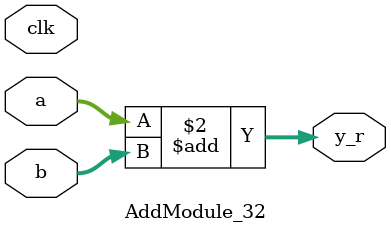
<source format=v>
`timescale 1ns / 1ps


module AddModule_32 #(
parameter WIDTH = 32 	//数据宽度
)(
input clk,
input  [WIDTH-1:0] a, b,	//两操作数
// input  [2:0] f,			//操作功能
output  reg [WIDTH-1:0] y_r 	//运算结果
// output  reg z_r 			//零标志
);
    always@(*)begin
        y_r = a+b;
    end

endmodule

</source>
